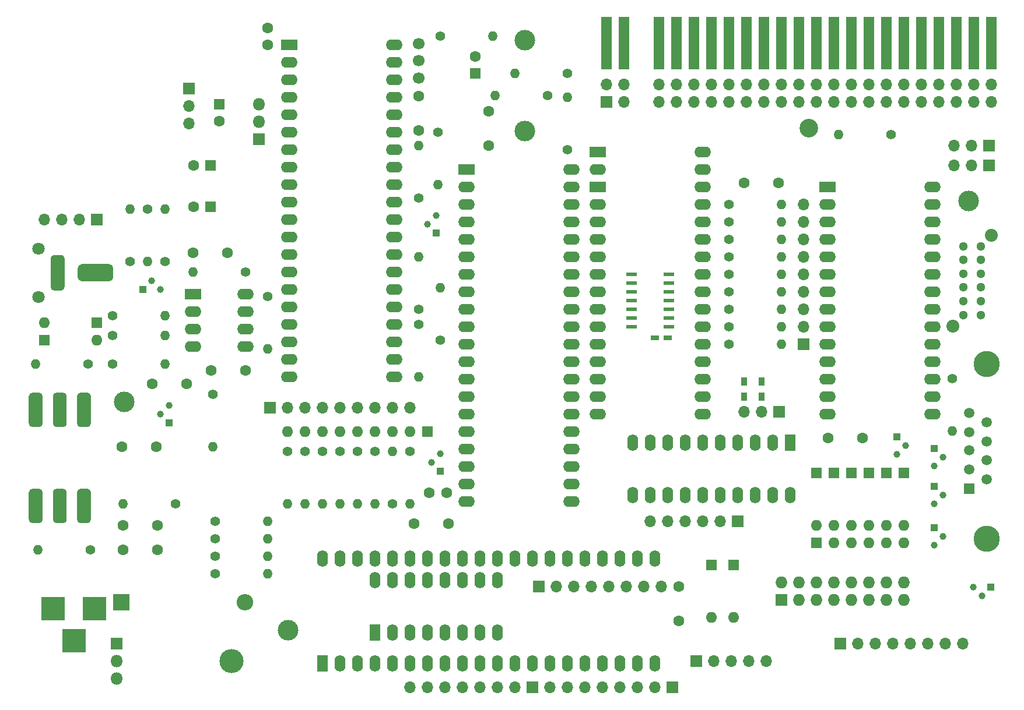
<source format=gbs>
%TF.GenerationSoftware,KiCad,Pcbnew,(5.1.8)-1*%
%TF.CreationDate,2020-12-05T18:28:33+00:00*%
%TF.ProjectId,ZX21,5a583231-2e6b-4696-9361-645f70636258,v01*%
%TF.SameCoordinates,Original*%
%TF.FileFunction,Soldermask,Bot*%
%TF.FilePolarity,Negative*%
%FSLAX46Y46*%
G04 Gerber Fmt 4.6, Leading zero omitted, Abs format (unit mm)*
G04 Created by KiCad (PCBNEW (5.1.8)-1) date 2020-12-05 18:28:33*
%MOMM*%
%LPD*%
G01*
G04 APERTURE LIST*
%ADD10R,1.600000X1.600000*%
%ADD11C,1.600000*%
%ADD12R,1.800000X1.800000*%
%ADD13O,1.800000X1.800000*%
%ADD14C,1.700000*%
%ADD15R,1.700000X1.700000*%
%ADD16O,1.700000X1.700000*%
%ADD17C,2.700000*%
%ADD18C,1.875000*%
%ADD19C,1.300000*%
%ADD20R,2.400000X2.400000*%
%ADD21O,2.400000X2.400000*%
%ADD22C,1.400000*%
%ADD23O,1.400000X1.400000*%
%ADD24R,2.400000X1.600000*%
%ADD25O,2.400000X1.600000*%
%ADD26O,1.600000X1.600000*%
%ADD27R,1.600000X2.400000*%
%ADD28O,1.600000X2.400000*%
%ADD29R,0.900000X1.200000*%
%ADD30C,3.000000*%
%ADD31R,1.200000X0.750000*%
%ADD32R,1.500000X0.600000*%
%ADD33R,1.524000X7.620000*%
%ADD34R,3.500000X3.500000*%
%ADD35C,3.810000*%
%ADD36R,1.520000X1.520000*%
%ADD37C,1.520000*%
%ADD38R,1.727200X1.727200*%
%ADD39O,1.727200X1.727200*%
%ADD40C,1.000000*%
%ADD41R,1.000000X1.000000*%
%ADD42O,3.500000X3.500000*%
%ADD43C,1.800000*%
G04 APERTURE END LIST*
%TO.C,MIC1*%
G36*
G01*
X38385000Y-110902500D02*
X38385000Y-106902500D01*
G75*
G02*
X38885000Y-106402500I500000J0D01*
G01*
X39885000Y-106402500D01*
G75*
G02*
X40385000Y-106902500I0J-500000D01*
G01*
X40385000Y-110902500D01*
G75*
G02*
X39885000Y-111402500I-500000J0D01*
G01*
X38885000Y-111402500D01*
G75*
G02*
X38385000Y-110902500I0J500000D01*
G01*
G37*
G36*
G01*
X34885000Y-110902500D02*
X34885000Y-106902500D01*
G75*
G02*
X35385000Y-106402500I500000J0D01*
G01*
X36385000Y-106402500D01*
G75*
G02*
X36885000Y-106902500I0J-500000D01*
G01*
X36885000Y-110902500D01*
G75*
G02*
X36385000Y-111402500I-500000J0D01*
G01*
X35385000Y-111402500D01*
G75*
G02*
X34885000Y-110902500I0J500000D01*
G01*
G37*
G36*
G01*
X31385000Y-110902500D02*
X31385000Y-106902500D01*
G75*
G02*
X31885000Y-106402500I500000J0D01*
G01*
X32885000Y-106402500D01*
G75*
G02*
X33385000Y-106902500I0J-500000D01*
G01*
X33385000Y-110902500D01*
G75*
G02*
X32885000Y-111402500I-500000J0D01*
G01*
X31885000Y-111402500D01*
G75*
G02*
X31385000Y-110902500I0J500000D01*
G01*
G37*
%TD*%
D10*
%TO.C,C101*%
X57785000Y-65405000D03*
D11*
X55285000Y-65405000D03*
%TD*%
D12*
%TO.C,IC301*%
X64770000Y-55562500D03*
D13*
X64770000Y-53022500D03*
X64770000Y-50482500D03*
%TD*%
D14*
%TO.C,X1*%
X87947500Y-41672500D03*
X87947500Y-44172500D03*
X87947500Y-46672500D03*
%TD*%
D15*
%TO.C,J701*%
X115252500Y-50165000D03*
D16*
X115252500Y-47625000D03*
X117792500Y-50165000D03*
X117792500Y-47625000D03*
X122872500Y-50165000D03*
X122872500Y-47625000D03*
X125412500Y-50165000D03*
X125412500Y-47625000D03*
X127952500Y-50165000D03*
X127952500Y-47625000D03*
X130492500Y-50165000D03*
X130492500Y-47625000D03*
X133032500Y-50165000D03*
X133032500Y-47625000D03*
X135572500Y-50165000D03*
X135572500Y-47625000D03*
X138112500Y-50165000D03*
X138112500Y-47625000D03*
X140652500Y-50165000D03*
X140652500Y-47625000D03*
X143192500Y-50165000D03*
X143192500Y-47625000D03*
X145732500Y-50165000D03*
X145732500Y-47625000D03*
X148272500Y-50165000D03*
X148272500Y-47625000D03*
X150812500Y-50165000D03*
X150812500Y-47625000D03*
X153352500Y-50165000D03*
X153352500Y-47625000D03*
X155892500Y-50165000D03*
X155892500Y-47625000D03*
X158432500Y-50165000D03*
X158432500Y-47625000D03*
X160972500Y-50165000D03*
X160972500Y-47625000D03*
X163512500Y-50165000D03*
X163512500Y-47625000D03*
X166052500Y-50165000D03*
X166052500Y-47625000D03*
X168592500Y-50165000D03*
X168592500Y-47625000D03*
X171132500Y-50165000D03*
X171132500Y-47625000D03*
%TD*%
D17*
%TO.C,REF\u002A\u002A*%
X144600000Y-54000000D03*
%TD*%
D15*
%TO.C,J302*%
X54610000Y-48260000D03*
D16*
X54610000Y-50800000D03*
X54610000Y-53340000D03*
%TD*%
D15*
%TO.C,J204*%
X170815000Y-56515000D03*
D16*
X168275000Y-56515000D03*
X165735000Y-56515000D03*
%TD*%
D15*
%TO.C,J203*%
X170815000Y-59372500D03*
D16*
X168275000Y-59372500D03*
X165735000Y-59372500D03*
%TD*%
D15*
%TO.C,J101*%
X140335000Y-95250000D03*
D16*
X137795000Y-95250000D03*
X135255000Y-95250000D03*
%TD*%
D18*
%TO.C,S1*%
X171132500Y-69532500D03*
X165532500Y-82732500D03*
D19*
X169582500Y-71132500D03*
X169582500Y-73132500D03*
X169582500Y-75132500D03*
X169582500Y-77132500D03*
X169582500Y-79132500D03*
X169582500Y-81132500D03*
X167082500Y-71132500D03*
X167082500Y-73132500D03*
X167082500Y-75132500D03*
X167082500Y-77132500D03*
X167082500Y-79132500D03*
X167082500Y-81132500D03*
%TD*%
%TO.C,EAR1*%
G36*
G01*
X38385000Y-96932500D02*
X38385000Y-92932500D01*
G75*
G02*
X38885000Y-92432500I500000J0D01*
G01*
X39885000Y-92432500D01*
G75*
G02*
X40385000Y-92932500I0J-500000D01*
G01*
X40385000Y-96932500D01*
G75*
G02*
X39885000Y-97432500I-500000J0D01*
G01*
X38885000Y-97432500D01*
G75*
G02*
X38385000Y-96932500I0J500000D01*
G01*
G37*
G36*
G01*
X34885000Y-96932500D02*
X34885000Y-92932500D01*
G75*
G02*
X35385000Y-92432500I500000J0D01*
G01*
X36385000Y-92432500D01*
G75*
G02*
X36885000Y-92932500I0J-500000D01*
G01*
X36885000Y-96932500D01*
G75*
G02*
X36385000Y-97432500I-500000J0D01*
G01*
X35385000Y-97432500D01*
G75*
G02*
X34885000Y-96932500I0J500000D01*
G01*
G37*
G36*
G01*
X31385000Y-96932500D02*
X31385000Y-92932500D01*
G75*
G02*
X31885000Y-92432500I500000J0D01*
G01*
X32885000Y-92432500D01*
G75*
G02*
X33385000Y-92932500I0J-500000D01*
G01*
X33385000Y-96932500D01*
G75*
G02*
X32885000Y-97432500I-500000J0D01*
G01*
X31885000Y-97432500D01*
G75*
G02*
X31385000Y-96932500I0J500000D01*
G01*
G37*
%TD*%
D15*
%TO.C,J504*%
X105410000Y-120650000D03*
D16*
X107950000Y-120650000D03*
X110490000Y-120650000D03*
X113030000Y-120650000D03*
X115570000Y-120650000D03*
X118110000Y-120650000D03*
X120650000Y-120650000D03*
X123190000Y-120650000D03*
%TD*%
D15*
%TO.C,J503*%
X104457500Y-135255000D03*
D16*
X101917500Y-135255000D03*
X99377500Y-135255000D03*
X96837500Y-135255000D03*
X94297500Y-135255000D03*
X91757500Y-135255000D03*
X89217500Y-135255000D03*
X86677500Y-135255000D03*
%TD*%
D15*
%TO.C,J502*%
X124777500Y-135255000D03*
D16*
X122237500Y-135255000D03*
X119697500Y-135255000D03*
X117157500Y-135255000D03*
X114617500Y-135255000D03*
X112077500Y-135255000D03*
X109537500Y-135255000D03*
X106997500Y-135255000D03*
%TD*%
D10*
%TO.C,C302*%
X59055000Y-50482500D03*
D11*
X59055000Y-52982500D03*
%TD*%
D10*
%TO.C,C301*%
X57785000Y-59372500D03*
D11*
X55285000Y-59372500D03*
%TD*%
D10*
%TO.C,C5*%
X96202500Y-46037500D03*
D11*
X96202500Y-43537500D03*
%TD*%
D20*
%TO.C,C3*%
X44767500Y-122872500D03*
D21*
X62767500Y-122872500D03*
%TD*%
D11*
%TO.C,C501*%
X125730000Y-125650000D03*
X125730000Y-120650000D03*
%TD*%
%TO.C,C104*%
X54292500Y-91122500D03*
X49292500Y-91122500D03*
%TD*%
%TO.C,C103*%
X60245000Y-72072500D03*
X55245000Y-72072500D03*
%TD*%
%TO.C,C102*%
X62865000Y-89217500D03*
X57865000Y-89217500D03*
%TD*%
%TO.C,C12*%
X50085000Y-111760000D03*
X45085000Y-111760000D03*
%TD*%
%TO.C,C11*%
X45085000Y-115252500D03*
X50085000Y-115252500D03*
%TD*%
%TO.C,C10*%
X49847500Y-100330000D03*
X44847500Y-100330000D03*
%TD*%
%TO.C,C9*%
X135255000Y-61912500D03*
X140255000Y-61912500D03*
%TD*%
%TO.C,C8*%
X152400000Y-99060000D03*
X147400000Y-99060000D03*
%TD*%
%TO.C,C7*%
X98107500Y-56515000D03*
X98107500Y-51515000D03*
%TD*%
%TO.C,C6*%
X87947500Y-49292500D03*
X87947500Y-54292500D03*
%TD*%
%TO.C,C4*%
X87312500Y-111442500D03*
X92312500Y-111442500D03*
%TD*%
%TO.C,C1*%
X92035000Y-106997500D03*
X89535000Y-106997500D03*
%TD*%
D22*
%TO.C,R504*%
X58420000Y-118745000D03*
D23*
X66040000Y-118745000D03*
%TD*%
D22*
%TO.C,R503*%
X58420000Y-111125000D03*
D23*
X66040000Y-111125000D03*
%TD*%
D22*
%TO.C,R502*%
X58420000Y-113665000D03*
D23*
X66040000Y-113665000D03*
%TD*%
D22*
%TO.C,R501*%
X58420000Y-116205000D03*
D23*
X66040000Y-116205000D03*
%TD*%
D22*
%TO.C,R401*%
X165417500Y-90424000D03*
D23*
X165417500Y-98044000D03*
%TD*%
D22*
%TO.C,R303*%
X46037500Y-73342500D03*
D23*
X46037500Y-65722500D03*
%TD*%
D22*
%TO.C,R302*%
X48577500Y-65722500D03*
D23*
X48577500Y-73342500D03*
%TD*%
%TO.C,R301*%
X51117500Y-65722500D03*
D22*
X51117500Y-73342500D03*
%TD*%
%TO.C,R201*%
X156527500Y-54927500D03*
D23*
X148907500Y-54927500D03*
%TD*%
D24*
%TO.C,IC801*%
X113982500Y-57467500D03*
D25*
X113982500Y-60007500D03*
X129222500Y-60007500D03*
X129222500Y-57467500D03*
%TD*%
D10*
%TO.C,D102*%
X41275000Y-82232500D03*
D26*
X33655000Y-82232500D03*
%TD*%
D10*
%TO.C,D101*%
X33655000Y-84772500D03*
D26*
X41275000Y-84772500D03*
%TD*%
D10*
%TO.C,D8*%
X130492500Y-117475000D03*
D26*
X130492500Y-125095000D03*
%TD*%
D10*
%TO.C,D7*%
X133667500Y-117475000D03*
D26*
X133667500Y-125095000D03*
%TD*%
D10*
%TO.C,D6*%
X158432500Y-104140000D03*
D26*
X158432500Y-111760000D03*
%TD*%
D10*
%TO.C,D5*%
X145732500Y-104140000D03*
D26*
X145732500Y-111760000D03*
%TD*%
D10*
%TO.C,D4*%
X155892500Y-104140000D03*
D26*
X155892500Y-111760000D03*
%TD*%
D10*
%TO.C,D3*%
X148272500Y-104140000D03*
D26*
X148272500Y-111760000D03*
%TD*%
D10*
%TO.C,D2*%
X153352500Y-104140000D03*
D26*
X153352500Y-111760000D03*
%TD*%
D10*
%TO.C,D1*%
X150812500Y-104140000D03*
D26*
X150812500Y-111760000D03*
%TD*%
D22*
%TO.C,R104*%
X43497500Y-84137500D03*
D23*
X51117500Y-84137500D03*
%TD*%
D22*
%TO.C,R103*%
X43497500Y-81280000D03*
D23*
X51117500Y-81280000D03*
%TD*%
D22*
%TO.C,R102*%
X43497500Y-88265000D03*
D23*
X51117500Y-88265000D03*
%TD*%
D22*
%TO.C,R101*%
X62865000Y-74930000D03*
D23*
X55245000Y-74930000D03*
%TD*%
D22*
%TO.C,R34*%
X40005000Y-88265000D03*
D23*
X32385000Y-88265000D03*
%TD*%
D22*
%TO.C,R33*%
X58102500Y-92710000D03*
D23*
X58102500Y-100330000D03*
%TD*%
D22*
%TO.C,R30*%
X90805000Y-54610000D03*
D23*
X90805000Y-62230000D03*
%TD*%
D22*
%TO.C,R29*%
X52705000Y-108585000D03*
D23*
X45085000Y-108585000D03*
%TD*%
D22*
%TO.C,R28*%
X66040000Y-78422500D03*
D23*
X66040000Y-86042500D03*
%TD*%
D22*
%TO.C,R27*%
X40322500Y-115252500D03*
D23*
X32702500Y-115252500D03*
%TD*%
D22*
%TO.C,R26*%
X133032500Y-85407500D03*
D23*
X140652500Y-85407500D03*
%TD*%
D22*
%TO.C,R25*%
X133032500Y-77787500D03*
D23*
X140652500Y-77787500D03*
%TD*%
D22*
%TO.C,R24*%
X133032500Y-75247500D03*
D23*
X140652500Y-75247500D03*
%TD*%
D22*
%TO.C,R23*%
X133032500Y-72707500D03*
D23*
X140652500Y-72707500D03*
%TD*%
D22*
%TO.C,R22*%
X133032500Y-65087500D03*
D23*
X140652500Y-65087500D03*
%TD*%
D22*
%TO.C,R21*%
X133032500Y-67627500D03*
D23*
X140652500Y-67627500D03*
%TD*%
D22*
%TO.C,R20*%
X133032500Y-70167500D03*
D23*
X140652500Y-70167500D03*
%TD*%
D22*
%TO.C,R19*%
X133032500Y-80327500D03*
D23*
X140652500Y-80327500D03*
%TD*%
D22*
%TO.C,R18*%
X133032500Y-82867500D03*
D23*
X140652500Y-82867500D03*
%TD*%
D22*
%TO.C,R17*%
X91122500Y-40640000D03*
D23*
X98742500Y-40640000D03*
%TD*%
D22*
%TO.C,R16*%
X109537500Y-57150000D03*
D23*
X109537500Y-49530000D03*
%TD*%
D22*
%TO.C,R15*%
X109537500Y-46037500D03*
D23*
X101917500Y-46037500D03*
%TD*%
D22*
%TO.C,R14*%
X68897500Y-100965000D03*
D23*
X68897500Y-108585000D03*
%TD*%
D22*
%TO.C,R13*%
X86677500Y-100965000D03*
D23*
X86677500Y-108585000D03*
%TD*%
D22*
%TO.C,R12*%
X84137500Y-108585000D03*
D23*
X84137500Y-100965000D03*
%TD*%
D22*
%TO.C,R11*%
X81597500Y-100965000D03*
D23*
X81597500Y-108585000D03*
%TD*%
D22*
%TO.C,R10*%
X71437500Y-100965000D03*
D23*
X71437500Y-108585000D03*
%TD*%
D22*
%TO.C,R9*%
X73977500Y-100965000D03*
D23*
X73977500Y-108585000D03*
%TD*%
D22*
%TO.C,R8*%
X76517500Y-100965000D03*
D23*
X76517500Y-108585000D03*
%TD*%
D22*
%TO.C,R7*%
X79057500Y-100965000D03*
D23*
X79057500Y-108585000D03*
%TD*%
D22*
%TO.C,R6*%
X87947500Y-80327500D03*
D23*
X87947500Y-72707500D03*
%TD*%
D22*
%TO.C,R5*%
X91122500Y-84772500D03*
D23*
X91122500Y-77152500D03*
%TD*%
D22*
%TO.C,R4*%
X87947500Y-64135000D03*
D23*
X87947500Y-56515000D03*
%TD*%
D22*
%TO.C,R2*%
X106680000Y-49212500D03*
D23*
X99060000Y-49212500D03*
%TD*%
D22*
%TO.C,R1*%
X87947500Y-82550000D03*
D23*
X87947500Y-90170000D03*
%TD*%
D27*
%TO.C,IC503*%
X81597500Y-127317500D03*
D28*
X99377500Y-119697500D03*
X84137500Y-127317500D03*
X96837500Y-119697500D03*
X86677500Y-127317500D03*
X94297500Y-119697500D03*
X89217500Y-127317500D03*
X91757500Y-119697500D03*
X91757500Y-127317500D03*
X89217500Y-119697500D03*
X94297500Y-127317500D03*
X86677500Y-119697500D03*
X96837500Y-127317500D03*
X84137500Y-119697500D03*
X99377500Y-127317500D03*
X81597500Y-119697500D03*
%TD*%
D24*
%TO.C,IC4*%
X113982500Y-62547500D03*
D25*
X129222500Y-95567500D03*
X113982500Y-65087500D03*
X129222500Y-93027500D03*
X113982500Y-67627500D03*
X129222500Y-90487500D03*
X113982500Y-70167500D03*
X129222500Y-87947500D03*
X113982500Y-72707500D03*
X129222500Y-85407500D03*
X113982500Y-75247500D03*
X129222500Y-82867500D03*
X113982500Y-77787500D03*
X129222500Y-80327500D03*
X113982500Y-80327500D03*
X129222500Y-77787500D03*
X113982500Y-82867500D03*
X129222500Y-75247500D03*
X113982500Y-85407500D03*
X129222500Y-72707500D03*
X113982500Y-87947500D03*
X129222500Y-70167500D03*
X113982500Y-90487500D03*
X129222500Y-67627500D03*
X113982500Y-93027500D03*
X129222500Y-65087500D03*
X113982500Y-95567500D03*
X129222500Y-62547500D03*
%TD*%
D29*
%TO.C,R106*%
X137795000Y-93027500D03*
X137795000Y-90827500D03*
%TD*%
D27*
%TO.C,IC501*%
X73977500Y-131762500D03*
D28*
X122237500Y-116522500D03*
X76517500Y-131762500D03*
X119697500Y-116522500D03*
X79057500Y-131762500D03*
X117157500Y-116522500D03*
X81597500Y-131762500D03*
X114617500Y-116522500D03*
X84137500Y-131762500D03*
X112077500Y-116522500D03*
X86677500Y-131762500D03*
X109537500Y-116522500D03*
X89217500Y-131762500D03*
X106997500Y-116522500D03*
X91757500Y-131762500D03*
X104457500Y-116522500D03*
X94297500Y-131762500D03*
X101917500Y-116522500D03*
X96837500Y-131762500D03*
X99377500Y-116522500D03*
X99377500Y-131762500D03*
X96837500Y-116522500D03*
X101917500Y-131762500D03*
X94297500Y-116522500D03*
X104457500Y-131762500D03*
X91757500Y-116522500D03*
X106997500Y-131762500D03*
X89217500Y-116522500D03*
X109537500Y-131762500D03*
X86677500Y-116522500D03*
X112077500Y-131762500D03*
X84137500Y-116522500D03*
X114617500Y-131762500D03*
X81597500Y-116522500D03*
X117157500Y-131762500D03*
X79057500Y-116522500D03*
X119697500Y-131762500D03*
X76517500Y-116522500D03*
X122237500Y-131762500D03*
X73977500Y-116522500D03*
%TD*%
D24*
%TO.C,IC3*%
X94932500Y-60007500D03*
D25*
X110172500Y-108267500D03*
X94932500Y-62547500D03*
X110172500Y-105727500D03*
X94932500Y-65087500D03*
X110172500Y-103187500D03*
X94932500Y-67627500D03*
X110172500Y-100647500D03*
X94932500Y-70167500D03*
X110172500Y-98107500D03*
X94932500Y-72707500D03*
X110172500Y-95567500D03*
X94932500Y-75247500D03*
X110172500Y-93027500D03*
X94932500Y-77787500D03*
X110172500Y-90487500D03*
X94932500Y-80327500D03*
X110172500Y-87947500D03*
X94932500Y-82867500D03*
X110172500Y-85407500D03*
X94932500Y-85407500D03*
X110172500Y-82867500D03*
X94932500Y-87947500D03*
X110172500Y-80327500D03*
X94932500Y-90487500D03*
X110172500Y-77787500D03*
X94932500Y-93027500D03*
X110172500Y-75247500D03*
X94932500Y-95567500D03*
X110172500Y-72707500D03*
X94932500Y-98107500D03*
X110172500Y-70167500D03*
X94932500Y-100647500D03*
X110172500Y-67627500D03*
X94932500Y-103187500D03*
X110172500Y-65087500D03*
X94932500Y-105727500D03*
X110172500Y-62547500D03*
X94932500Y-108267500D03*
X110172500Y-60007500D03*
%TD*%
D24*
%TO.C,IC1*%
X69215000Y-41910000D03*
D25*
X84455000Y-90170000D03*
X69215000Y-44450000D03*
X84455000Y-87630000D03*
X69215000Y-46990000D03*
X84455000Y-85090000D03*
X69215000Y-49530000D03*
X84455000Y-82550000D03*
X69215000Y-52070000D03*
X84455000Y-80010000D03*
X69215000Y-54610000D03*
X84455000Y-77470000D03*
X69215000Y-57150000D03*
X84455000Y-74930000D03*
X69215000Y-59690000D03*
X84455000Y-72390000D03*
X69215000Y-62230000D03*
X84455000Y-69850000D03*
X69215000Y-64770000D03*
X84455000Y-67310000D03*
X69215000Y-67310000D03*
X84455000Y-64770000D03*
X69215000Y-69850000D03*
X84455000Y-62230000D03*
X69215000Y-72390000D03*
X84455000Y-59690000D03*
X69215000Y-74930000D03*
X84455000Y-57150000D03*
X69215000Y-77470000D03*
X84455000Y-54610000D03*
X69215000Y-80010000D03*
X84455000Y-52070000D03*
X69215000Y-82550000D03*
X84455000Y-49530000D03*
X69215000Y-85090000D03*
X84455000Y-46990000D03*
X69215000Y-87630000D03*
X84455000Y-44450000D03*
X69215000Y-90170000D03*
X84455000Y-41910000D03*
%TD*%
D24*
%TO.C,IC2*%
X147320000Y-62547500D03*
D25*
X162560000Y-95567500D03*
X147320000Y-65087500D03*
X162560000Y-93027500D03*
X147320000Y-67627500D03*
X162560000Y-90487500D03*
X147320000Y-70167500D03*
X162560000Y-87947500D03*
X147320000Y-72707500D03*
X162560000Y-85407500D03*
X147320000Y-75247500D03*
X162560000Y-82867500D03*
X147320000Y-77787500D03*
X162560000Y-80327500D03*
X147320000Y-80327500D03*
X162560000Y-77787500D03*
X147320000Y-82867500D03*
X162560000Y-75247500D03*
X147320000Y-85407500D03*
X162560000Y-72707500D03*
X147320000Y-87947500D03*
X162560000Y-70167500D03*
X147320000Y-90487500D03*
X162560000Y-67627500D03*
X147320000Y-93027500D03*
X162560000Y-65087500D03*
X147320000Y-95567500D03*
X162560000Y-62547500D03*
%TD*%
D27*
%TO.C,IC502*%
X141922500Y-99695000D03*
D28*
X119062500Y-107315000D03*
X139382500Y-99695000D03*
X121602500Y-107315000D03*
X136842500Y-99695000D03*
X124142500Y-107315000D03*
X134302500Y-99695000D03*
X126682500Y-107315000D03*
X131762500Y-99695000D03*
X129222500Y-107315000D03*
X129222500Y-99695000D03*
X131762500Y-107315000D03*
X126682500Y-99695000D03*
X134302500Y-107315000D03*
X124142500Y-99695000D03*
X136842500Y-107315000D03*
X121602500Y-99695000D03*
X139382500Y-107315000D03*
X119062500Y-99695000D03*
X141922500Y-107315000D03*
%TD*%
D15*
%TO.C,J501*%
X134302500Y-111125000D03*
D16*
X131762500Y-111125000D03*
X129222500Y-111125000D03*
X126682500Y-111125000D03*
X124142500Y-111125000D03*
X121602500Y-111125000D03*
%TD*%
D30*
%TO.C,REF\u002A\u002A*%
X69000000Y-127000000D03*
%TD*%
%TO.C,REF\u002A\u002A*%
X45200000Y-93800000D03*
%TD*%
%TO.C,REF\u002A\u002A*%
X103400000Y-54400000D03*
%TD*%
%TO.C,REF\u002A\u002A*%
X103400000Y-41200000D03*
%TD*%
%TO.C,REF\u002A\u002A*%
X167800000Y-64600000D03*
%TD*%
D31*
%TO.C,C105*%
X124140000Y-84455000D03*
X122240000Y-84455000D03*
%TD*%
D29*
%TO.C,R105*%
X135255000Y-93005000D03*
X135255000Y-90805000D03*
%TD*%
D32*
%TO.C,IC102*%
X118902500Y-82867500D03*
X118902500Y-81597500D03*
X118902500Y-80327500D03*
X118902500Y-79057500D03*
X118902500Y-77787500D03*
X118902500Y-76517500D03*
X118902500Y-75247500D03*
X124302500Y-75247500D03*
X124302500Y-76517500D03*
X124302500Y-77787500D03*
X124302500Y-79057500D03*
X124302500Y-80327500D03*
X124302500Y-81597500D03*
X124302500Y-82867500D03*
%TD*%
D11*
%TO.C,C2*%
X66040000Y-39410000D03*
X66040000Y-41910000D03*
%TD*%
D33*
%TO.C,EDGE1*%
X148272500Y-41592500D03*
X150812500Y-41592500D03*
X153352500Y-41592500D03*
X155892500Y-41592500D03*
X166052500Y-41592500D03*
X163512500Y-41592500D03*
X160972500Y-41592500D03*
X158432500Y-41592500D03*
X171132500Y-41592500D03*
X168592500Y-41592500D03*
X127952500Y-41592500D03*
X130492500Y-41592500D03*
X133032500Y-41592500D03*
X135572500Y-41592500D03*
X145732500Y-41592500D03*
X143192500Y-41592500D03*
X140652500Y-41592500D03*
X138112500Y-41592500D03*
X125412500Y-41592500D03*
X122872500Y-41592500D03*
X117792500Y-41592500D03*
X115252500Y-41592500D03*
%TD*%
D25*
%TO.C,IC101*%
X62865000Y-78105000D03*
X55245000Y-85725000D03*
X62865000Y-80645000D03*
X55245000Y-83185000D03*
X62865000Y-83185000D03*
X55245000Y-80645000D03*
X62865000Y-85725000D03*
D24*
X55245000Y-78105000D03*
%TD*%
D34*
%TO.C,J1*%
X37925000Y-128525000D03*
X34925000Y-123825000D03*
X40925000Y-123825000D03*
%TD*%
D16*
%TO.C,J301*%
X33655000Y-67310000D03*
X36195000Y-67310000D03*
X38735000Y-67310000D03*
D15*
X41275000Y-67310000D03*
%TD*%
D35*
%TO.C,J401*%
X170434000Y-113665000D03*
X170434000Y-88265000D03*
D36*
X167894000Y-106425000D03*
D37*
X167894000Y-103635000D03*
X167894000Y-100835000D03*
X167894000Y-98175000D03*
X167894000Y-95375000D03*
X170434000Y-96775000D03*
X170434000Y-99565000D03*
X170434000Y-102235000D03*
X170434000Y-105025000D03*
%TD*%
D38*
%TO.C,J601*%
X140652500Y-122555000D03*
D39*
X140652500Y-120015000D03*
X143192500Y-122555000D03*
X143192500Y-120015000D03*
X145732500Y-122555000D03*
X145732500Y-120015000D03*
X148272500Y-122555000D03*
X148272500Y-120015000D03*
X150812500Y-122555000D03*
X150812500Y-120015000D03*
X153352500Y-122555000D03*
X153352500Y-120015000D03*
X155892500Y-122555000D03*
X155892500Y-120015000D03*
X158432500Y-122555000D03*
X158432500Y-120015000D03*
%TD*%
D15*
%TO.C,J702*%
X66357500Y-94615000D03*
D16*
X68897500Y-94615000D03*
X71437500Y-94615000D03*
X73977500Y-94615000D03*
X76517500Y-94615000D03*
X79057500Y-94615000D03*
X81597500Y-94615000D03*
X84137500Y-94615000D03*
X86677500Y-94615000D03*
%TD*%
%TO.C,J703*%
X143827500Y-65087500D03*
X143827500Y-67627500D03*
X143827500Y-70167500D03*
X143827500Y-72707500D03*
X143827500Y-75247500D03*
X143827500Y-77787500D03*
X143827500Y-80327500D03*
X143827500Y-82867500D03*
D15*
X143827500Y-85407500D03*
%TD*%
D16*
%TO.C,KB1*%
X138430000Y-131445000D03*
X135890000Y-131445000D03*
X133350000Y-131445000D03*
X130810000Y-131445000D03*
D15*
X128270000Y-131445000D03*
%TD*%
D16*
%TO.C,KB2*%
X167005000Y-128905000D03*
X164465000Y-128905000D03*
X161925000Y-128905000D03*
X159385000Y-128905000D03*
X156845000Y-128905000D03*
X154305000Y-128905000D03*
X151765000Y-128905000D03*
D15*
X149225000Y-128905000D03*
%TD*%
D40*
%TO.C,TR403*%
X164070000Y-107315000D03*
X162800000Y-108585000D03*
D41*
X162800000Y-106045000D03*
%TD*%
D13*
%TO.C,REG1*%
X44132500Y-133985000D03*
X44132500Y-131445000D03*
D12*
X44132500Y-128905000D03*
D42*
X60792500Y-131445000D03*
%TD*%
D10*
%TO.C,RP1*%
X89217500Y-98107500D03*
D26*
X86677500Y-98107500D03*
X84137500Y-98107500D03*
X81597500Y-98107500D03*
X79057500Y-98107500D03*
X76517500Y-98107500D03*
X73977500Y-98107500D03*
X71437500Y-98107500D03*
X68897500Y-98107500D03*
%TD*%
D10*
%TO.C,RP3*%
X145732500Y-114300000D03*
D26*
X148272500Y-114300000D03*
X150812500Y-114300000D03*
X153352500Y-114300000D03*
X155892500Y-114300000D03*
X158432500Y-114300000D03*
%TD*%
D41*
%TO.C,TR1*%
X91122500Y-103822500D03*
D40*
X91122500Y-101282500D03*
X89852500Y-102552500D03*
%TD*%
%TO.C,TR2*%
X89217500Y-67945000D03*
X90487500Y-66675000D03*
D41*
X90487500Y-69215000D03*
%TD*%
D40*
%TO.C,TR101*%
X49212500Y-76200000D03*
X50482500Y-77470000D03*
D41*
X47942500Y-77470000D03*
%TD*%
%TO.C,TR102*%
X51752500Y-96837500D03*
D40*
X51752500Y-94297500D03*
X50482500Y-95567500D03*
%TD*%
D41*
%TO.C,TR401*%
X157400000Y-98860000D03*
D40*
X157400000Y-101400000D03*
X158670000Y-100130000D03*
%TD*%
D41*
%TO.C,TR402*%
X162800000Y-100584000D03*
D40*
X162800000Y-103124000D03*
X164070000Y-101854000D03*
%TD*%
D41*
%TO.C,TR404*%
X171070000Y-120730000D03*
D40*
X168530000Y-120730000D03*
X169800000Y-122000000D03*
%TD*%
%TO.C,TR405*%
X164070000Y-113330000D03*
X162800000Y-114600000D03*
D41*
X162800000Y-112060000D03*
%TD*%
%TO.C,VIDEO1*%
G36*
G01*
X38460000Y-75625000D02*
X38460000Y-74375000D01*
G75*
G02*
X39085000Y-73750000I625000J0D01*
G01*
X43035000Y-73750000D01*
G75*
G02*
X43660000Y-74375000I0J-625000D01*
G01*
X43660000Y-75625000D01*
G75*
G02*
X43035000Y-76250000I-625000J0D01*
G01*
X39085000Y-76250000D01*
G75*
G02*
X38460000Y-75625000I0J625000D01*
G01*
G37*
G36*
G01*
X34560000Y-77100000D02*
X34560000Y-72900000D01*
G75*
G02*
X35060000Y-72400000I500000J0D01*
G01*
X36060000Y-72400000D01*
G75*
G02*
X36560000Y-72900000I0J-500000D01*
G01*
X36560000Y-77100000D01*
G75*
G02*
X36060000Y-77600000I-500000J0D01*
G01*
X35060000Y-77600000D01*
G75*
G02*
X34560000Y-77100000I0J500000D01*
G01*
G37*
D43*
X32760000Y-71500000D03*
X32760000Y-78500000D03*
%TD*%
M02*

</source>
